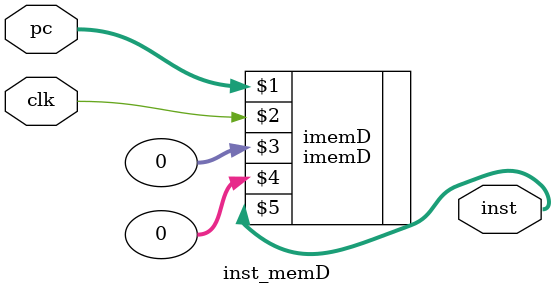
<source format=sv>
module inst_memD( input logic clk,
                 input logic [15:0]  pc,
                 output logic [15:0] inst );
   
   imemD imemD( pc, clk, 0, 0, inst );
   
endmodule

</source>
